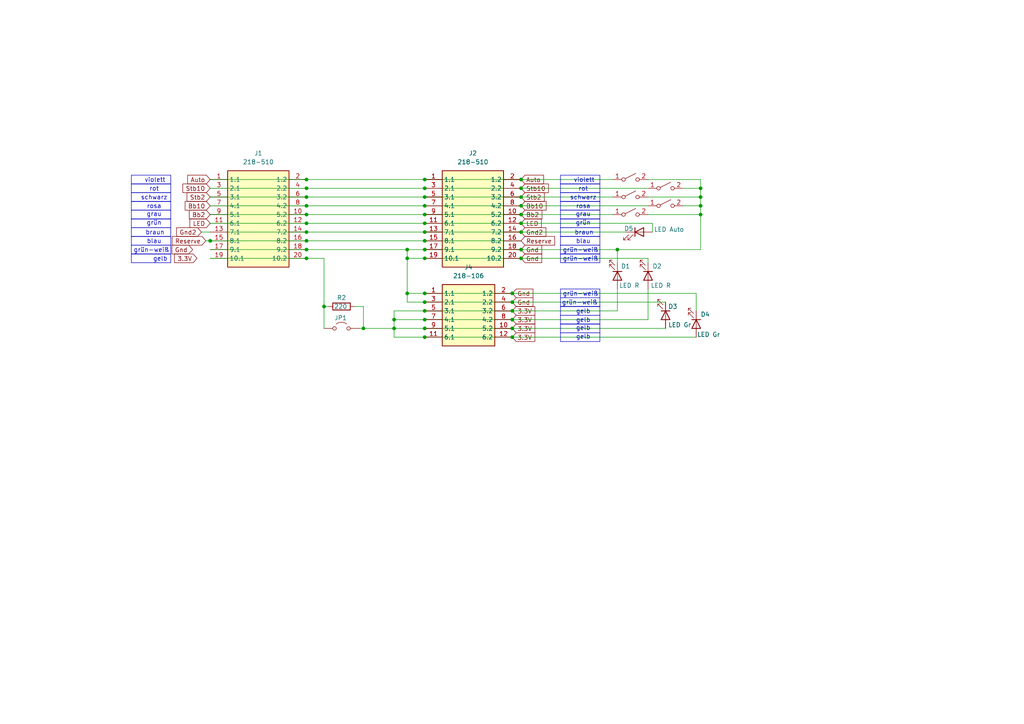
<source format=kicad_sch>
(kicad_sch (version 20231120) (generator "eeschema") (generator_version "8.0")
  (paper "A4")
  (lib_symbols
    (symbol "Device:LED" (pin_numbers hide) (pin_names (offset 1.016) hide)
      (property "Reference" "D" (at 0 2.54 0))
      (property "Value" "LED" (at 0 -2.54 0))
      (symbol "LED_0_1"
        (polyline (pts (xy -1.27 -1.27) (xy -1.27 1.27)) (stroke (width 0.254)))
        (polyline (pts (xy -1.27 0) (xy 1.27 0)))
        (polyline (pts (xy 1.27 -1.27) (xy 1.27 1.27) (xy -1.27 0) (xy 1.27 -1.27)) (stroke (width 0.254)))
        (polyline (pts (xy -3.048 -0.762) (xy -4.572 -2.286) (xy -3.81 -2.286) (xy -4.572 -2.286) (xy -4.572 -1.524)))
        (polyline (pts (xy -1.778 -0.762) (xy -3.302 -2.286) (xy -2.54 -2.286) (xy -3.302 -2.286) (xy -3.302 -1.524)))
      )
      (symbol "LED_1_1"
        (pin passive line (at -3.81 0 0) (length 2.54) (name "K") (number "1"))
        (pin passive line (at 3.81 0 180) (length 2.54) (name "A") (number "2"))
      )
    )
    (symbol "Device:R" (pin_numbers hide) (pin_names (offset 0))
      (property "Reference" "R" (at 2.032 0 90))
      (property "Value" "R" (at 0 0 90))
      (symbol "R_0_1"
        (rectangle (start -1.016 -2.54) (end 1.016 2.54) (stroke (width 0.254)))
      )
      (symbol "R_1_1"
        (pin passive line (at 0 3.81 270) (length 1.27) (name "~") (number "1"))
        (pin passive line (at 0 -3.81 90) (length 1.27) (name "~") (number "2"))
      )
    )
    (symbol "Jumper:Jumper_2_Open" (pin_numbers hide) (pin_names (offset 0) hide) (exclude_from_sim yes)
      (property "Reference" "JP" (at 0 2.794 0))
      (property "Value" "Jumper_2_Open" (at 0 -2.286 0))
      (symbol "Jumper_2_Open_0_0"
        (circle (center -2.032 0) (radius 0.508))
        (circle (center 2.032 0) (radius 0.508))
      )
      (symbol "Jumper_2_Open_0_1"
        (arc (start 1.524 1.27) (mid 0 1.778) (end -1.524 1.27))
      )
      (symbol "Jumper_2_Open_1_1"
        (pin passive line (at -5.08 0 0) (length 2.54) (name "A") (number "1"))
        (pin passive line (at 5.08 0 180) (length 2.54) (name "B") (number "2"))
      )
    )
    (symbol "Switch:SW_DPST_x2" (pin_names (offset 0) hide)
      (property "Reference" "SW" (at 0 3.175 0))
      (property "Value" "SW_DPST_x2" (at 0 -2.54 0))
      (symbol "SW_DPST_x2_0_0"
        (circle (center -2.032 0) (radius 0.508))
        (polyline (pts (xy -1.524 0.254) (xy 1.524 1.778)))
        (circle (center 2.032 0) (radius 0.508))
      )
      (symbol "SW_DPST_x2_1_1"
        (pin passive line (at -5.08 0 0) (length 2.54) (name "A") (number "1"))
        (pin passive line (at 5.08 0 180) (length 2.54) (name "B") (number "2"))
      )
      (symbol "SW_DPST_x2_2_1"
        (pin passive line (at -5.08 0 0) (length 2.54) (name "A") (number "3"))
        (pin passive line (at 5.08 0 180) (length 2.54) (name "B") (number "4"))
      )
    )
    (symbol "WAGO_218-106:218-106"
      (property "Reference" "J" (at 21.59 7.62 0))
      (property "Value" "218-106" (at 21.59 5.08 0))
      (symbol "218-106_1_1"
        (rectangle (start 5.08 2.54) (end 20.32 -15.24) (stroke (width 0.254)) (fill (type background)))
        (pin passive line (at 0 0 0) (length 5.08) (name "1.1") (number "1"))
        (pin passive line (at 25.4 -10.16 180) (length 5.08) (name "5.2") (number "10"))
        (pin passive line (at 0 -12.7 0) (length 5.08) (name "6.1") (number "11"))
        (pin passive line (at 25.4 -12.7 180) (length 5.08) (name "6.2") (number "12"))
        (pin passive line (at 25.4 0 180) (length 5.08) (name "1.2") (number "2"))
        (pin passive line (at 0 -2.54 0) (length 5.08) (name "2.1") (number "3"))
        (pin passive line (at 25.4 -2.54 180) (length 5.08) (name "2.2") (number "4"))
        (pin passive line (at 0 -5.08 0) (length 5.08) (name "3.1") (number "5"))
        (pin passive line (at 25.4 -5.08 180) (length 5.08) (name "3.2") (number "6"))
        (pin passive line (at 0 -7.62 0) (length 5.08) (name "4.1") (number "7"))
        (pin passive line (at 25.4 -7.62 180) (length 5.08) (name "4.2") (number "8"))
        (pin passive line (at 0 -10.16 0) (length 5.08) (name "5.1") (number "9"))
      )
    )
    (symbol "WAGO_218-510:218-510"
      (property "Reference" "J" (at 24.13 7.62 0))
      (property "Value" "218-510" (at 24.13 5.08 0))
      (symbol "218-510_1_1"
        (rectangle (start 5.08 2.54) (end 22.86 -25.4) (stroke (width 0.254)) (fill (type background)))
        (pin passive line (at 0 0 0) (length 5.08) (name "1.1") (number "1"))
        (pin passive line (at 27.94 -10.16 180) (length 5.08) (name "5.2") (number "10"))
        (pin passive line (at 0 -12.7 0) (length 5.08) (name "6.1") (number "11"))
        (pin passive line (at 27.94 -12.7 180) (length 5.08) (name "6.2") (number "12"))
        (pin passive line (at 0 -15.24 0) (length 5.08) (name "7.1") (number "13"))
        (pin passive line (at 27.94 -15.24 180) (length 5.08) (name "7.2") (number "14"))
        (pin passive line (at 0 -17.78 0) (length 5.08) (name "8.1") (number "15"))
        (pin passive line (at 27.94 -17.78 180) (length 5.08) (name "8.2") (number "16"))
        (pin passive line (at 0 -20.32 0) (length 5.08) (name "9.1") (number "17"))
        (pin passive line (at 27.94 -20.32 180) (length 5.08) (name "9.2") (number "18"))
        (pin passive line (at 0 -22.86 0) (length 5.08) (name "10.1") (number "19"))
        (pin passive line (at 27.94 0 180) (length 5.08) (name "1.2") (number "2"))
        (pin passive line (at 27.94 -22.86 180) (length 5.08) (name "10.2") (number "20"))
        (pin passive line (at 0 -2.54 0) (length 5.08) (name "2.1") (number "3"))
        (pin passive line (at 27.94 -2.54 180) (length 5.08) (name "2.2") (number "4"))
        (pin passive line (at 0 -5.08 0) (length 5.08) (name "3.1") (number "5"))
        (pin passive line (at 27.94 -5.08 180) (length 5.08) (name "3.2") (number "6"))
        (pin passive line (at 0 -7.62 0) (length 5.08) (name "4.1") (number "7"))
        (pin passive line (at 27.94 -7.62 180) (length 5.08) (name "4.2") (number "8"))
        (pin passive line (at 0 -10.16 0) (length 5.08) (name "5.1") (number "9"))
      )
    )
  )
  (junction (at 123.19 62.23))
  (junction (at 60.96 69.85))
  (junction (at 151.13 57.15))
  (junction (at 88.9 64.77))
  (junction (at 151.13 74.93))
  (junction (at 88.9 69.85))
  (junction (at 203.2 54.61))
  (junction (at 148.59 95.25))
  (junction (at 123.19 67.31))
  (junction (at 179.07 72.39))
  (junction (at 88.9 72.39))
  (junction (at 148.59 87.63))
  (junction (at 88.9 52.07))
  (junction (at 118.11 72.39))
  (junction (at 93.98 88.9))
  (junction (at 123.19 90.17))
  (junction (at 123.19 52.07))
  (junction (at 151.13 52.07))
  (junction (at 88.9 67.31))
  (junction (at 88.9 74.93))
  (junction (at 123.19 64.77))
  (junction (at 151.13 62.23))
  (junction (at 151.13 67.31))
  (junction (at 203.2 59.69))
  (junction (at 123.19 59.69))
  (junction (at 203.2 62.23))
  (junction (at 151.13 59.69))
  (junction (at 123.19 97.79))
  (junction (at 123.19 87.63))
  (junction (at 123.19 95.25))
  (junction (at 151.13 54.61))
  (junction (at 151.13 72.39))
  (junction (at 88.9 57.15))
  (junction (at 88.9 62.23))
  (junction (at 148.59 97.79))
  (junction (at 148.59 90.17))
  (junction (at 123.19 54.61))
  (junction (at 123.19 69.85))
  (junction (at 88.9 59.69))
  (junction (at 148.59 92.71))
  (junction (at 148.59 85.09))
  (junction (at 88.9 54.61))
  (junction (at 123.19 72.39))
  (junction (at 123.19 85.09))
  (junction (at 123.19 57.15))
  (junction (at 105.41 95.25))
  (junction (at 151.13 64.77))
  (junction (at 118.11 74.93))
  (junction (at 123.19 92.71))
  (junction (at 123.19 74.93))
  (junction (at 114.3 95.25))
  (junction (at 203.2 57.15))
  (junction (at 114.3 92.71))
  (junction (at 118.11 85.09))
  (wire (pts (xy 60.96 57.15) (xy 88.9 57.15)))
  (wire (pts (xy 151.13 64.77) (xy 189.23 64.77)))
  (wire (pts (xy 123.19 97.79) (xy 148.59 97.79)))
  (wire (pts (xy 60.96 72.39) (xy 88.9 72.39)))
  (wire (pts (xy 93.98 74.93) (xy 88.9 74.93)))
  (wire (pts (xy 114.3 90.17) (xy 114.3 92.71)))
  (wire (pts (xy 88.9 67.31) (xy 123.19 67.31)))
  (wire (pts (xy 123.19 67.31) (xy 151.13 67.31)))
  (wire (pts (xy 60.96 54.61) (xy 88.9 54.61)))
  (wire (pts (xy 193.04 95.25) (xy 148.59 95.25)))
  (wire (pts (xy 148.59 97.79) (xy 201.93 97.79)))
  (wire (pts (xy 66.04 67.31) (xy 88.9 67.31)))
  (wire (pts (xy 88.9 59.69) (xy 123.19 59.69)))
  (wire (pts (xy 60.96 69.85) (xy 88.9 69.85)))
  (wire (pts (xy 123.19 85.09) (xy 148.59 85.09)))
  (wire (pts (xy 179.07 72.39) (xy 203.2 72.39)))
  (wire (pts (xy 88.9 54.61) (xy 123.19 54.61)))
  (wire (pts (xy 151.13 54.61) (xy 187.96 54.61)))
  (wire (pts (xy 203.2 54.61) (xy 203.2 57.15)))
  (wire (pts (xy 123.19 57.15) (xy 151.13 57.15)))
  (wire (pts (xy 102.87 88.9) (xy 105.41 88.9)))
  (wire (pts (xy 59.69 69.85) (xy 60.96 69.85)))
  (wire (pts (xy 58.42 67.31) (xy 60.96 67.31)))
  (wire (pts (xy 203.2 57.15) (xy 203.2 59.69)))
  (wire (pts (xy 123.19 52.07) (xy 151.13 52.07)))
  (wire (pts (xy 198.12 54.61) (xy 203.2 54.61)))
  (wire (pts (xy 123.19 92.71) (xy 148.59 92.71)))
  (wire (pts (xy 104.14 95.25) (xy 105.41 95.25)))
  (wire (pts (xy 114.3 97.79) (xy 123.19 97.79)))
  (wire (pts (xy 118.11 72.39) (xy 123.19 72.39)))
  (wire (pts (xy 93.98 88.9) (xy 95.25 88.9)))
  (wire (pts (xy 187.96 57.15) (xy 203.2 57.15)))
  (wire (pts (xy 123.19 90.17) (xy 148.59 90.17)))
  (wire (pts (xy 148.59 85.09) (xy 201.93 85.09)))
  (wire (pts (xy 151.13 57.15) (xy 177.8 57.15)))
  (wire (pts (xy 88.9 62.23) (xy 123.19 62.23)))
  (wire (pts (xy 123.19 87.63) (xy 148.59 87.63)))
  (wire (pts (xy 187.96 52.07) (xy 203.2 52.07)))
  (wire (pts (xy 114.3 95.25) (xy 114.3 97.79)))
  (wire (pts (xy 60.96 74.93) (xy 88.9 74.93)))
  (wire (pts (xy 148.59 92.71) (xy 187.96 92.71)))
  (wire (pts (xy 203.2 59.69) (xy 198.12 59.69)))
  (wire (pts (xy 201.93 85.09) (xy 201.93 90.17)))
  (wire (pts (xy 187.96 74.93) (xy 187.96 76.2)))
  (wire (pts (xy 203.2 62.23) (xy 203.2 59.69)))
  (wire (pts (xy 118.11 72.39) (xy 118.11 74.93)))
  (wire (pts (xy 179.07 83.82) (xy 179.07 90.17)))
  (wire (pts (xy 88.9 72.39) (xy 118.11 72.39)))
  (wire (pts (xy 118.11 85.09) (xy 123.19 85.09)))
  (wire (pts (xy 151.13 74.93) (xy 123.19 74.93)))
  (wire (pts (xy 151.13 72.39) (xy 179.07 72.39)))
  (wire (pts (xy 123.19 59.69) (xy 151.13 59.69)))
  (wire (pts (xy 123.19 62.23) (xy 151.13 62.23)))
  (wire (pts (xy 123.19 69.85) (xy 151.13 69.85)))
  (wire (pts (xy 123.19 64.77) (xy 151.13 64.77)))
  (wire (pts (xy 88.9 57.15) (xy 123.19 57.15)))
  (wire (pts (xy 88.9 64.77) (xy 123.19 64.77)))
  (wire (pts (xy 203.2 72.39) (xy 203.2 62.23)))
  (wire (pts (xy 88.9 69.85) (xy 123.19 69.85)))
  (wire (pts (xy 123.19 90.17) (xy 114.3 90.17)))
  (wire (pts (xy 148.59 87.63) (xy 193.04 87.63)))
  (wire (pts (xy 151.13 59.69) (xy 187.96 59.69)))
  (wire (pts (xy 179.07 90.17) (xy 148.59 90.17)))
  (wire (pts (xy 118.11 87.63) (xy 123.19 87.63)))
  (wire (pts (xy 151.13 62.23) (xy 177.8 62.23)))
  (wire (pts (xy 123.19 95.25) (xy 148.59 95.25)))
  (wire (pts (xy 151.13 52.07) (xy 177.8 52.07)))
  (wire (pts (xy 187.96 92.71) (xy 187.96 83.82)))
  (wire (pts (xy 203.2 52.07) (xy 203.2 54.61)))
  (wire (pts (xy 187.96 62.23) (xy 203.2 62.23)))
  (wire (pts (xy 60.96 62.23) (xy 88.9 62.23)))
  (wire (pts (xy 60.96 64.77) (xy 88.9 64.77)))
  (wire (pts (xy 93.98 88.9) (xy 93.98 95.25)))
  (wire (pts (xy 105.41 88.9) (xy 105.41 95.25)))
  (wire (pts (xy 93.98 74.93) (xy 93.98 88.9)))
  (wire (pts (xy 151.13 72.39) (xy 123.19 72.39)))
  (wire (pts (xy 105.41 95.25) (xy 114.3 95.25)))
  (wire (pts (xy 189.23 64.77) (xy 189.23 67.31)))
  (wire (pts (xy 151.13 74.93) (xy 187.96 74.93)))
  (wire (pts (xy 151.13 67.31) (xy 181.61 67.31)))
  (wire (pts (xy 114.3 95.25) (xy 123.19 95.25)))
  (wire (pts (xy 118.11 85.09) (xy 118.11 74.93)))
  (wire (pts (xy 179.07 72.39) (xy 179.07 76.2)))
  (wire (pts (xy 60.96 52.07) (xy 88.9 52.07)))
  (wire (pts (xy 118.11 74.93) (xy 123.19 74.93)))
  (wire (pts (xy 114.3 92.71) (xy 123.19 92.71)))
  (wire (pts (xy 60.96 59.69) (xy 88.9 59.69)))
  (wire (pts (xy 123.19 54.61) (xy 151.13 54.61)))
  (wire (pts (xy 114.3 92.71) (xy 114.3 95.25)))
  (wire (pts (xy 88.9 52.07) (xy 123.19 52.07)))
  (wire (pts (xy 118.11 85.09) (xy 118.11 87.63)))
  (rectangle (start 162.56 96.52) (end 173.99 99.06))
  (rectangle (start 162.56 83.82) (end 173.99 86.36))
  (rectangle (start 38.1 66.04) (end 49.53 68.58))
  (rectangle (start 38.1 63.5) (end 49.53 66.04))
  (rectangle (start 162.56 91.44) (end 173.99 93.98))
  (rectangle (start 162.56 88.9) (end 173.99 91.44))
  (rectangle (start 162.56 93.98) (end 173.99 96.52))
  (rectangle (start 162.56 73.66) (end 173.99 76.2))
  (rectangle (start 38.1 55.88) (end 49.53 58.42))
  (rectangle (start 38.1 60.96) (end 49.53 63.5))
  (rectangle (start 38.1 50.8) (end 49.53 53.34))
  (rectangle (start 162.56 53.34) (end 173.99 55.88))
  (rectangle (start 38.1 58.42) (end 49.53 60.96))
  (rectangle (start 162.56 63.5) (end 173.99 66.04))
  (rectangle (start 162.56 66.04) (end 173.99 68.58))
  (rectangle (start 38.1 68.58) (end 49.53 71.12))
  (rectangle (start 162.56 50.8) (end 173.99 53.34))
  (rectangle (start 38.1 71.12) (end 49.53 73.66))
  (rectangle (start 162.56 71.12) (end 173.99 73.66))
  (rectangle (start 162.56 86.36) (end 173.99 88.9))
  (rectangle (start 162.56 68.58) (end 173.99 71.12))
  (rectangle (start 162.56 60.96) (end 173.99 63.5))
  (rectangle (start 162.56 55.88) (end 173.99 58.42))
  (rectangle (start 162.56 58.42) (end 173.99 60.96))
  (rectangle (start 38.1 73.66) (end 49.53 76.2))
  (rectangle (start 38.1 53.34) (end 49.53 55.88))
  (text "grün" (at 44.704 64.77 0) (effects (font (size 1.27 1.27))))
  (text "gelb\n" (at 169.164 90.424 0) (effects (font (size 1.27 1.27))))
  (text "schwarz" (at 44.704 57.404 0) (effects (font (size 1.27 1.27))))
  (text "grün-weiß" (at 168.402 72.644 0) (effects (font (size 1.27 1.27))))
  (text "gelb" (at 46.482 75.184 0) (effects (font (size 1.27 1.27))))
  (text "blau" (at 169.164 70.104 0) (effects (font (size 1.27 1.27))))
  (text "braun" (at 44.958 67.564 0) (effects (font (size 1.27 1.27))))
  (text "grün-weiß" (at 43.942 72.644 0) (effects (font (size 1.27 1.27))))
  (text "rosa" (at 169.164 59.944 0) (effects (font (size 1.27 1.27))))
  (text "braun" (at 169.418 67.564 0) (effects (font (size 1.27 1.27))))
  (text "grau" (at 169.164 62.23 0) (effects (font (size 1.27 1.27))))
  (text "gelb\n" (at 169.164 92.964 0) (effects (font (size 1.27 1.27))))
  (text "grün" (at 169.164 64.77 0) (effects (font (size 1.27 1.27))))
  (text "grün-weiß" (at 168.402 85.344 0) (effects (font (size 1.27 1.27))))
  (text "grau" (at 44.704 62.23 0) (effects (font (size 1.27 1.27))))
  (text "gelb\n" (at 169.164 95.25 0) (effects (font (size 1.27 1.27))))
  (text "schwarz" (at 169.164 57.404 0) (effects (font (size 1.27 1.27))))
  (text "violett\n" (at 169.418 52.324 0) (effects (font (size 1.27 1.27))))
  (text "gelb\n" (at 169.164 97.79 0) (effects (font (size 1.27 1.27))))
  (text "grün-weiß" (at 168.402 75.184 0) (effects (font (size 1.27 1.27))))
  (text "grün-weiß" (at 168.148 87.884 0) (effects (font (size 1.27 1.27))))
  (text "rot" (at 169.164 54.864 0) (effects (font (size 1.27 1.27))))
  (text "violett\n" (at 44.958 52.324 0) (effects (font (size 1.27 1.27))))
  (text "blau" (at 44.704 70.104 0) (effects (font (size 1.27 1.27))))
  (text "rosa" (at 44.704 59.944 0) (effects (font (size 1.27 1.27))))
  (text "rot" (at 44.704 54.864 0) (effects (font (size 1.27 1.27))))
  (global_label "Stb2" (shape input) (at 151.13 57.15 0) (property "Intersheetrefs" "${INTERSHEET_REFS}" (effects (hide yes))))
  (global_label "Gnd2" (shape input) (at 58.42 67.31 180) (property "Intersheetrefs" "${INTERSHEET_REFS}" (effects (hide yes))))
  (global_label "Stb10" (shape input) (at 60.96 54.61 180) (property "Intersheetrefs" "${INTERSHEET_REFS}" (effects (hide yes))))
  (global_label "3.3V" (shape input) (at 148.59 95.25 0) (property "Intersheetrefs" "${INTERSHEET_REFS}" (effects (hide yes))))
  (global_label "Stb10" (shape input) (at 151.13 54.61 0) (property "Intersheetrefs" "${INTERSHEET_REFS}" (effects (hide yes))))
  (global_label "Reserve" (shape input) (at 151.13 69.85 0) (property "Intersheetrefs" "${INTERSHEET_REFS}" (effects (hide yes))))
  (global_label "Gnd" (shape input) (at 148.59 85.09 0) (property "Intersheetrefs" "${INTERSHEET_REFS}" (effects (hide yes))))
  (global_label "3.3V" (shape input) (at 148.59 92.71 0) (property "Intersheetrefs" "${INTERSHEET_REFS}" (effects (hide yes))))
  (global_label "3.3V" (shape input) (at 57.15 74.93 180) (property "Intersheetrefs" "${INTERSHEET_REFS}" (effects (hide yes))))
  (global_label "LED" (shape input) (at 60.96 64.77 180) (property "Intersheetrefs" "${INTERSHEET_REFS}" (effects (hide yes))))
  (global_label "3.3V" (shape input) (at 148.59 90.17 0) (property "Intersheetrefs" "${INTERSHEET_REFS}" (effects (hide yes))))
  (global_label "LED" (shape input) (at 151.13 64.77 0) (property "Intersheetrefs" "${INTERSHEET_REFS}" (effects (hide yes))))
  (global_label "Gnd2" (shape input) (at 151.13 67.31 0) (property "Intersheetrefs" "${INTERSHEET_REFS}" (effects (hide yes))))
  (global_label "Bb10" (shape input) (at 60.96 59.69 180) (property "Intersheetrefs" "${INTERSHEET_REFS}" (effects (hide yes))))
  (global_label "Stb2" (shape input) (at 60.96 57.15 180) (property "Intersheetrefs" "${INTERSHEET_REFS}" (effects (hide yes))))
  (global_label "Bb2" (shape input) (at 151.13 62.23 0) (property "Intersheetrefs" "${INTERSHEET_REFS}" (effects (hide yes))))
  (global_label "Gnd" (shape input) (at 151.13 72.39 0) (property "Intersheetrefs" "${INTERSHEET_REFS}" (effects (hide yes))))
  (global_label "Auto" (shape input) (at 151.13 52.07 0) (property "Intersheetrefs" "${INTERSHEET_REFS}" (effects (hide yes))))
  (global_label "3.3V" (shape input) (at 148.59 97.79 0) (property "Intersheetrefs" "${INTERSHEET_REFS}" (effects (hide yes))))
  (global_label "Auto" (shape input) (at 60.96 52.07 180) (property "Intersheetrefs" "${INTERSHEET_REFS}" (effects (hide yes))))
  (global_label "Bb2" (shape input) (at 60.96 62.23 180) (property "Intersheetrefs" "${INTERSHEET_REFS}" (effects (hide yes))))
  (global_label "Gnd" (shape input) (at 55.88 72.39 180) (property "Intersheetrefs" "${INTERSHEET_REFS}" (effects (hide yes))))
  (global_label "Gnd" (shape input) (at 148.59 87.63 0) (property "Intersheetrefs" "${INTERSHEET_REFS}" (effects (hide yes))))
  (global_label "Reserve" (shape input) (at 59.69 69.85 180) (property "Intersheetrefs" "${INTERSHEET_REFS}" (effects (hide yes))))
  (global_label "Bb10" (shape input) (at 151.13 59.69 0) (property "Intersheetrefs" "${INTERSHEET_REFS}" (effects (hide yes))))
  (global_label "Gnd" (shape input) (at 151.13 74.93 0) (property "Intersheetrefs" "${INTERSHEET_REFS}" (effects (hide yes))))
  (symbol (lib_id "Switch:SW_DPST_x2") (at 182.88 62.23 0) (unit 1) (on_board no)
    (property "Reference" "SW5" (effects (hide yes)))
    (property "Value" "SW_DPST_x2" (effects (hide yes)))
    (property "Description" "Single Pole Single Throw (SPST) switch, separate symbol" (effects (hide yes)))
  )
  (symbol (lib_id "Switch:SW_DPST_x2") (at 182.88 57.15 0) (unit 1) (on_board no)
    (property "Reference" "SW1" (effects (hide yes)))
    (property "Value" "SW_DPST_x2" (effects (hide yes)))
    (property "Description" "Single Pole Single Throw (SPST) switch, separate symbol" (effects (hide yes)))
  )
  (symbol (lib_id "Device:LED") (at 201.93 93.98 270) (unit 1) (on_board no)
    (property "Reference" "D4" (at 203.2 91.186 90) (effects (justify left)))
    (property "Value" "LED Gr" (at 202.184 97.028 90) (effects (justify left)))
    (property "Description" "Light emitting diode" (effects (hide yes)))
  )
  (symbol (lib_id "Device:LED") (at 187.96 80.01 270) (unit 1) (on_board no)
    (property "Reference" "D2" (at 189.23 77.216 90) (effects (justify left)))
    (property "Value" "LED R" (at 188.722 82.804 90) (effects (justify left)))
    (property "Description" "Light emitting diode" (effects (hide yes)))
  )
  (symbol (lib_id "Device:R") (at 99.06 88.9 90) (unit 1)
    (property "Reference" "R2" (at 99.06 86.36 90))
    (property "Value" "220" (at 98.806 88.9 90))
    (property "Footprint" "Resistor_THT:R_Axial_DIN0207_L6.3mm_D2.5mm_P7.62mm_Horizontal" (effects (hide yes)))
    (property "Description" "Resistor" (effects (hide yes)))
  )
  (symbol (lib_id "WAGO_218-510:218-510") (at 123.19 52.07 0) (unit 1)
    (property "Reference" "J2" (at 137.16 44.45 0))
    (property "Value" "218-510" (at 137.16 46.99 0))
    (property "Footprint" "218510" (effects (hide yes)))
    (property "Datasheet" "https://www.wago.com/218-510" (effects (hide yes)))
    (property "Description" "PCB terminal block; Locking slides; 0.5 mm; Pin spacing 2.54 mm; 10-pole; CAGE CLAMP; 0,50 mm; gray" (effects (hide yes)))
    (property "Height" "8.1" (effects (hide yes)))
    (property "Manufacturer_Name" "Wago" (effects (hide yes)))
    (property "Manufacturer_Part_Number" "218-510" (effects (hide yes)))
    (property "Arrow Part Number" "218-510" (effects (hide yes)))
    (property "Arrow Price/Stock" "https://www.arrow.com/en/products/218-510/wago-kontakttechnik-gmbh?region=nac" (effects (hide yes)))
  )
  (symbol (lib_id "WAGO_218-510:218-510") (at 60.96 52.07 0) (unit 1)
    (property "Reference" "J1" (at 74.93 44.45 0))
    (property "Value" "218-510" (at 74.93 46.99 0))
    (property "Footprint" "218510" (effects (hide yes)))
    (property "Datasheet" "https://www.wago.com/218-510" (effects (hide yes)))
    (property "Description" "PCB terminal block; Locking slides; 0.5 mm; Pin spacing 2.54 mm; 10-pole; CAGE CLAMP; 0,50 mm; gray" (effects (hide yes)))
    (property "Height" "8.1" (effects (hide yes)))
    (property "Manufacturer_Name" "Wago" (effects (hide yes)))
    (property "Manufacturer_Part_Number" "218-510" (effects (hide yes)))
    (property "Arrow Part Number" "218-510" (effects (hide yes)))
    (property "Arrow Price/Stock" "https://www.arrow.com/en/products/218-510/wago-kontakttechnik-gmbh?region=nac" (effects (hide yes)))
  )
  (symbol (lib_id "Switch:SW_DPST_x2") (at 193.04 54.61 0) (unit 1) (on_board no)
    (property "Reference" "SW4" (effects (hide yes)))
    (property "Value" "SW_DPST_x2" (effects (hide yes)))
    (property "Description" "Single Pole Single Throw (SPST) switch, separate symbol" (effects (hide yes)))
  )
  (symbol (lib_id "Device:LED") (at 185.42 67.31 0) (unit 1) (on_board no)
    (property "Reference" "D5" (at 182.372 66.294 0))
    (property "Value" "LED Auto" (at 194.056 66.548 0))
    (property "Description" "Light emitting diode" (effects (hide yes)))
  )
  (symbol (lib_id "Jumper:Jumper_2_Open") (at 99.06 95.25 0) (unit 1) (exclude_from_sim yes)
    (property "Reference" "JP1" (at 98.806 92.202 0))
    (property "Value" "Jumper_2_Open" (effects (hide yes)))
    (property "Footprint" "TerminalBlock:TerminalBlock_Xinya_XY308-2.54-2P_1x02_P2.54mm_Horizontal" (effects (hide yes)))
    (property "Description" "Jumper, 2-pole, open" (effects (hide yes)))
  )
  (symbol (lib_id "Switch:SW_DPST_x2") (at 182.88 52.07 0) (unit 1) (on_board no)
    (property "Reference" "SW2" (effects (hide yes)))
    (property "Value" "SW_DPST_x2" (effects (hide yes)))
    (property "Description" "Single Pole Single Throw (SPST) switch, separate symbol" (effects (hide yes)))
  )
  (symbol (lib_id "Device:LED") (at 193.04 91.44 270) (unit 1) (on_board no)
    (property "Reference" "D3" (at 193.802 88.9 90) (effects (justify left)))
    (property "Value" "LED Gr" (at 193.802 94.234 90) (effects (justify left)))
    (property "Description" "Light emitting diode" (effects (hide yes)))
  )
  (symbol (lib_id "WAGO_218-106:218-106") (at 123.19 85.09 0) (unit 1)
    (property "Reference" "J4" (at 135.89 77.47 0))
    (property "Value" "218-106" (at 135.89 80.01 0))
    (property "Footprint" "218106" (effects (hide yes)))
    (property "Datasheet" "https://www.arrow.com/en/products/218-106/wago-kontakttechnik-gmbh?region=nac" (effects (hide yes)))
    (property "Description" "Conn Terminal Block 6 POS 2.5mm Solder Thru-Hole 6A CAGE CLAMP Box" (effects (hide yes)))
    (property "Height" "8.1" (effects (hide yes)))
    (property "Manufacturer_Name" "Wago" (effects (hide yes)))
    (property "Manufacturer_Part_Number" "218-106" (effects (hide yes)))
    (property "Arrow Part Number" "218-106" (effects (hide yes)))
    (property "Arrow Price/Stock" "https://www.arrow.com/en/products/218-106/wago-kontakttechnik-gmbh?region=nac" (effects (hide yes)))
  )
  (symbol (lib_id "Device:LED") (at 179.07 80.01 270) (unit 1) (on_board no)
    (property "Reference" "D1" (at 180.086 77.216 90) (effects (justify left)))
    (property "Value" "LED R" (at 179.578 82.804 90) (effects (justify left)))
    (property "Description" "Light emitting diode" (effects (hide yes)))
  )
  (symbol (lib_id "Switch:SW_DPST_x2") (at 193.04 59.69 0) (unit 1) (on_board no)
    (property "Reference" "SW3" (effects (hide yes)))
    (property "Value" "SW_DPST_x2" (effects (hide yes)))
    (property "Description" "Single Pole Single Throw (SPST) switch, separate symbol" (effects (hide yes)))
  )
)
</source>
